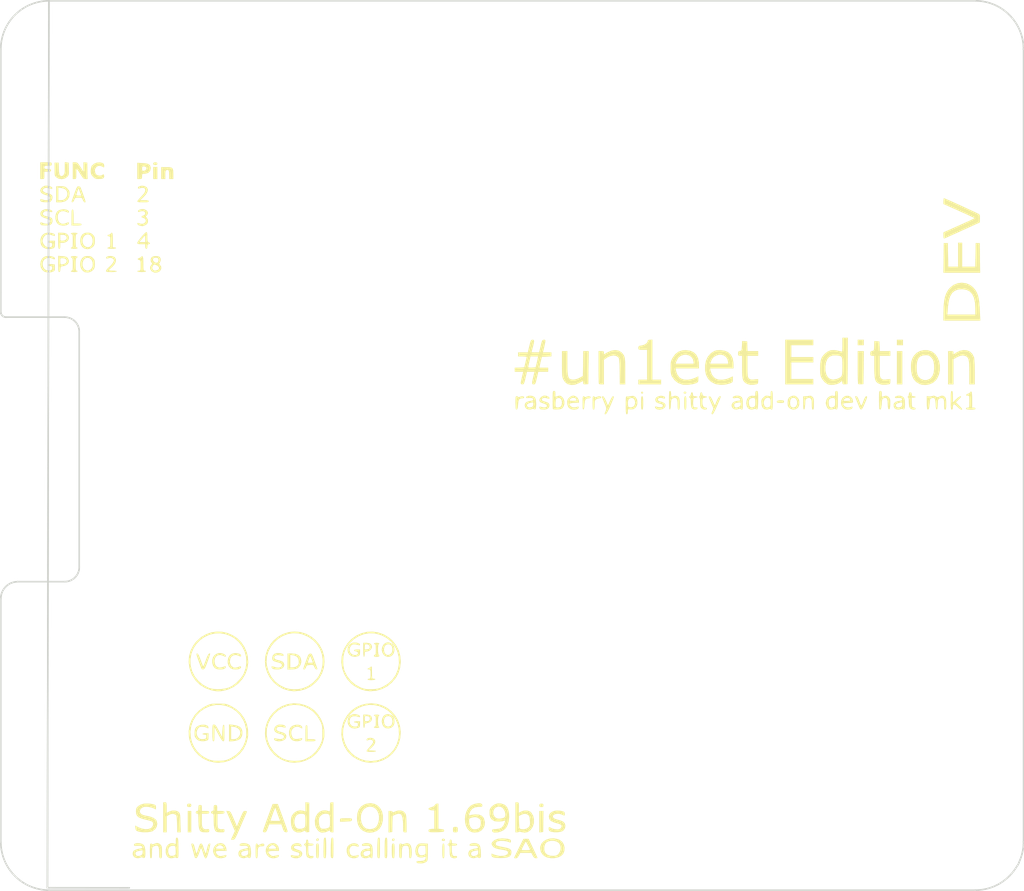
<source format=kicad_pcb>
(kicad_pcb (version 4) (host pcbnew 4.0.7)
  (layers (0 F.Cu signal) (31 B.Cu signal) (34 B.Paste user) (35 F.Paste user) (36 B.SilkS user) (37 F.SilkS user) (38 B.Mask user) (39 F.Mask user) (44 Edge.Cuts user))
  (net 0 "")
  (module LOGO (layer F.Cu) (at 0 0))
  (module LOGO (layer F.Cu) (at 0 0))
  (module LOGO (layer F.Cu) (at 0 0))
  (gr_line (start -29.507711 -28.326388) (end -29.525282 -28.322771) (layer Edge.Cuts) (width 0.1))
  (gr_line (start -29.525282 -28.322771) (end -29.682038 -28.317545) (layer Edge.Cuts) (width 0.1))
  (gr_line (start -29.682038 -28.317545) (end -29.836721 -28.304581) (layer Edge.Cuts) (width 0.1))
  (gr_line (start -29.836721 -28.304581) (end -29.989141 -28.284065) (layer Edge.Cuts) (width 0.1))
  (gr_line (start -29.989141 -28.284065) (end -30.139108 -28.256189) (layer Edge.Cuts) (width 0.1))
  (gr_line (start -30.139108 -28.256189) (end -30.286434 -28.221141) (layer Edge.Cuts) (width 0.1))
  (gr_line (start -30.286434 -28.221141) (end -30.430928 -28.179112) (layer Edge.Cuts) (width 0.1))
  (gr_line (start -30.430928 -28.179112) (end -30.572403 -28.130291) (layer Edge.Cuts) (width 0.1))
  (gr_line (start -30.572403 -28.130291) (end -30.710667 -28.074868) (layer Edge.Cuts) (width 0.1))
  (gr_line (start -30.710667 -28.074868) (end -30.845532 -28.013033) (layer Edge.Cuts) (width 0.1))
  (gr_line (start -30.845532 -28.013033) (end -30.976809 -27.944975) (layer Edge.Cuts) (width 0.1))
  (gr_line (start -30.976809 -27.944975) (end -31.104307 -27.870884) (layer Edge.Cuts) (width 0.1))
  (gr_line (start -31.104307 -27.870884) (end -31.227838 -27.790950) (layer Edge.Cuts) (width 0.1))
  (gr_line (start -31.227838 -27.790950) (end -31.347213 -27.705362) (layer Edge.Cuts) (width 0.1))
  (gr_line (start -31.347213 -27.705362) (end -31.462241 -27.614311) (layer Edge.Cuts) (width 0.1))
  (gr_line (start -31.462241 -27.614311) (end -31.572734 -27.517985) (layer Edge.Cuts) (width 0.1))
  (gr_line (start -31.572734 -27.517985) (end -31.678502 -27.416575) (layer Edge.Cuts) (width 0.1))
  (gr_line (start -31.678502 -27.416575) (end -31.779355 -27.310270) (layer Edge.Cuts) (width 0.1))
  (gr_line (start -31.779355 -27.310270) (end -31.875106 -27.199260) (layer Edge.Cuts) (width 0.1))
  (gr_line (start -31.875106 -27.199260) (end -31.965563 -27.083735) (layer Edge.Cuts) (width 0.1))
  (gr_line (start -31.965563 -27.083735) (end -32.050537 -26.963884) (layer Edge.Cuts) (width 0.1))
  (gr_line (start -32.050537 -26.963884) (end -32.129840 -26.839897) (layer Edge.Cuts) (width 0.1))
  (gr_line (start -32.129840 -26.839897) (end -32.203282 -26.711964) (layer Edge.Cuts) (width 0.1))
  (gr_line (start -32.203282 -26.711964) (end -32.270673 -26.580274) (layer Edge.Cuts) (width 0.1))
  (gr_line (start -32.270673 -26.580274) (end -32.331825 -26.445018) (layer Edge.Cuts) (width 0.1))
  (gr_line (start -32.331825 -26.445018) (end -32.386547 -26.306384) (layer Edge.Cuts) (width 0.1))
  (gr_line (start -32.386547 -26.306384) (end -32.434650 -26.164563) (layer Edge.Cuts) (width 0.1))
  (gr_line (start -32.434650 -26.164563) (end -32.475946 -26.019744) (layer Edge.Cuts) (width 0.1))
  (gr_line (start -32.475946 -26.019744) (end -32.510244 -25.872117) (layer Edge.Cuts) (width 0.1))
  (gr_line (start -32.510244 -25.872117) (end -32.537355 -25.721873) (layer Edge.Cuts) (width 0.1))
  (gr_line (start -32.537355 -25.721873) (end -32.557090 -25.569199) (layer Edge.Cuts) (width 0.1))
  (gr_line (start -32.557090 -25.569199) (end -32.569259 -25.414286) (layer Edge.Cuts) (width 0.1))
  (gr_line (start -32.569259 -25.414286) (end -32.573675 -25.257325) (layer Edge.Cuts) (width 0.1))
  (gr_line (start -32.573675 -25.257325) (end -32.574204 -25.248022) (layer Edge.Cuts) (width 0.1))
  (gr_line (start -32.574204 -25.248022) (end -32.574204 -25.225802) (layer Edge.Cuts) (width 0.1))
  (gr_line (start -32.574204 -25.225802) (end -32.574204 -9.755944) (layer Edge.Cuts) (width 0.1))
  (gr_line (start -32.574204 -9.755944) (end -32.574204 -9.749753) (layer Edge.Cuts) (width 0.1))
  (gr_line (start -32.574204 -9.749753) (end -32.574204 -8.500216) (layer Edge.Cuts) (width 0.1))
  (gr_line (start -32.574204 -8.500216) (end -32.574204 -8.498099) (layer Edge.Cuts) (width 0.1))
  (gr_line (start -32.574204 -8.498099) (end -32.574495 -8.480319) (layer Edge.Cuts) (width 0.1))
  (gr_line (start -32.574495 -8.480319) (end -32.570587 -8.462962) (layer Edge.Cuts) (width 0.1))
  (gr_line (start -32.570587 -8.462962) (end -32.558514 -8.404053) (layer Edge.Cuts) (width 0.1))
  (gr_line (start -32.558514 -8.404053) (end -32.536395 -8.349459) (layer Edge.Cuts) (width 0.1))
  (gr_line (start -32.536395 -8.349459) (end -32.505254 -8.300270) (layer Edge.Cuts) (width 0.1))
  (gr_line (start -32.505254 -8.300270) (end -32.466120 -8.257580) (layer Edge.Cuts) (width 0.1))
  (gr_line (start -32.466120 -8.257580) (end -32.420020 -8.222475) (layer Edge.Cuts) (width 0.1))
  (gr_line (start -32.420020 -8.222475) (end -32.367980 -8.196043) (layer Edge.Cuts) (width 0.1))
  (gr_line (start -32.367980 -8.196043) (end -32.311029 -8.179374) (layer Edge.Cuts) (width 0.1))
  (gr_line (start -32.311029 -8.179374) (end -32.250192 -8.173553) (layer Edge.Cuts) (width 0.1))
  (gr_line (start -32.250192 -8.173553) (end -32.233656 -8.175670) (layer Edge.Cuts) (width 0.1))
  (gr_line (start -32.233656 -8.175670) (end -28.520704 -8.175670) (layer Edge.Cuts) (width 0.1))
  (gr_line (start -28.520704 -8.175670) (end -28.500032 -8.173553) (layer Edge.Cuts) (width 0.1))
  (gr_line (start -28.500032 -8.173553) (end -28.406253 -8.168870) (layer Edge.Cuts) (width 0.1))
  (gr_line (start -28.406253 -8.168870) (end -28.315192 -8.155138) (layer Edge.Cuts) (width 0.1))
  (gr_line (start -28.315192 -8.155138) (end -28.227294 -8.132781) (layer Edge.Cuts) (width 0.1))
  (gr_line (start -28.227294 -8.132781) (end -28.143007 -8.102259) (layer Edge.Cuts) (width 0.1))
  (gr_line (start -28.143007 -8.102259) (end -28.062777 -8.064024) (layer Edge.Cuts) (width 0.1))
  (gr_line (start -28.062777 -8.064024) (end -27.987048 -8.018523) (layer Edge.Cuts) (width 0.1))
  (gr_line (start -27.987048 -8.018523) (end -27.916268 -7.966210) (layer Edge.Cuts) (width 0.1))
  (gr_line (start -27.916268 -7.966210) (end -27.850883 -7.907536) (layer Edge.Cuts) (width 0.1))
  (gr_line (start -27.850883 -7.907536) (end -27.791339 -7.842946) (layer Edge.Cuts) (width 0.1))
  (gr_line (start -27.791339 -7.842946) (end -27.738081 -7.772892) (layer Edge.Cuts) (width 0.1))
  (gr_line (start -27.738081 -7.772892) (end -27.691556 -7.697825) (layer Edge.Cuts) (width 0.1))
  (gr_line (start -27.691556 -7.697825) (end -27.652211 -7.618193) (layer Edge.Cuts) (width 0.1))
  (gr_line (start -27.652211 -7.618193) (end -27.620490 -7.534447) (layer Edge.Cuts) (width 0.1))
  (gr_line (start -27.620490 -7.534447) (end -27.596842 -7.447037) (layer Edge.Cuts) (width 0.1))
  (gr_line (start -27.596842 -7.447037) (end -27.581710 -7.356414) (layer Edge.Cuts) (width 0.1))
  (gr_line (start -27.581710 -7.356414) (end -27.575543 -7.263027) (layer Edge.Cuts) (width 0.1))
  (gr_line (start -27.575543 -7.263027) (end -27.576072 -7.250115) (layer Edge.Cuts) (width 0.1))
  (gr_line (start -27.576072 -7.250115) (end -27.576072 7.750003) (layer Edge.Cuts) (width 0.1))
  (gr_line (start -27.576072 7.750003) (end -27.575040 7.762412) (layer Edge.Cuts) (width 0.1))
  (gr_line (start -27.575040 7.762412) (end -27.580707 7.855505) (layer Edge.Cuts) (width 0.1))
  (gr_line (start -27.580707 7.855505) (end -27.595305 7.945832) (layer Edge.Cuts) (width 0.1))
  (gr_line (start -27.595305 7.945832) (end -27.618387 8.032954) (layer Edge.Cuts) (width 0.1))
  (gr_line (start -27.618387 8.032954) (end -27.649511 8.116430) (layer Edge.Cuts) (width 0.1))
  (gr_line (start -27.649511 8.116430) (end -27.688235 8.195828) (layer Edge.Cuts) (width 0.1))
  (gr_line (start -27.688235 8.195828) (end -27.734117 8.270708) (layer Edge.Cuts) (width 0.1))
  (gr_line (start -27.734117 8.270708) (end -27.786713 8.340637) (layer Edge.Cuts) (width 0.1))
  (gr_line (start -27.786713 8.340637) (end -27.845581 8.405175) (layer Edge.Cuts) (width 0.1))
  (gr_line (start -27.845581 8.405175) (end -27.910278 8.463886) (layer Edge.Cuts) (width 0.1))
  (gr_line (start -27.910278 8.463886) (end -27.980361 8.516334) (layer Edge.Cuts) (width 0.1))
  (gr_line (start -27.980361 8.516334) (end -28.055389 8.562081) (layer Edge.Cuts) (width 0.1))
  (gr_line (start -28.055389 8.562081) (end -28.134919 8.600691) (layer Edge.Cuts) (width 0.1))
  (gr_line (start -28.134919 8.600691) (end -28.218506 8.631724) (layer Edge.Cuts) (width 0.1))
  (gr_line (start -28.218506 8.631724) (end -28.305711 8.654743) (layer Edge.Cuts) (width 0.1))
  (gr_line (start -28.305711 8.654743) (end -28.396088 8.669321) (layer Edge.Cuts) (width 0.1))
  (gr_line (start -28.396088 8.669321) (end -28.489196 8.675010) (layer Edge.Cuts) (width 0.1))
  (gr_line (start -28.489196 8.675010) (end -28.502116 8.673952) (layer Edge.Cuts) (width 0.1))
  (gr_line (start -28.502116 8.673952) (end -31.501905 8.673952) (layer Edge.Cuts) (width 0.1))
  (gr_line (start -31.501905 8.673952) (end -31.509658 8.673952) (layer Edge.Cuts) (width 0.1))
  (gr_line (start -31.509658 8.673952) (end -31.533946 8.679640) (layer Edge.Cuts) (width 0.1))
  (gr_line (start -31.533946 8.679640) (end -31.639426 8.688186) (layer Edge.Cuts) (width 0.1))
  (gr_line (start -31.639426 8.688186) (end -31.741782 8.706654) (layer Edge.Cuts) (width 0.1))
  (gr_line (start -31.741782 8.706654) (end -31.840522 8.734557) (layer Edge.Cuts) (width 0.1))
  (gr_line (start -31.840522 8.734557) (end -31.935157 8.771395) (layer Edge.Cuts) (width 0.1))
  (gr_line (start -31.935157 8.771395) (end -32.025198 8.816684) (layer Edge.Cuts) (width 0.1))
  (gr_line (start -32.025198 8.816684) (end -32.110152 8.869929) (layer Edge.Cuts) (width 0.1))
  (gr_line (start -32.110152 8.869929) (end -32.189530 8.930642) (layer Edge.Cuts) (width 0.1))
  (gr_line (start -32.189530 8.930642) (end -32.262842 8.998333) (layer Edge.Cuts) (width 0.1))
  (gr_line (start -32.262842 8.998333) (end -32.329598 9.072512) (layer Edge.Cuts) (width 0.1))
  (gr_line (start -32.329598 9.072512) (end -32.389307 9.152689) (layer Edge.Cuts) (width 0.1))
  (gr_line (start -32.389307 9.152689) (end -32.441479 9.238377) (layer Edge.Cuts) (width 0.1))
  (gr_line (start -32.441479 9.238377) (end -32.485624 9.329078) (layer Edge.Cuts) (width 0.1))
  (gr_line (start -32.485624 9.329078) (end -32.521252 9.424313) (layer Edge.Cuts) (width 0.1))
  (gr_line (start -32.521252 9.424313) (end -32.547871 9.523582) (layer Edge.Cuts) (width 0.1))
  (gr_line (start -32.547871 9.523582) (end -32.564992 9.626401) (layer Edge.Cuts) (width 0.1))
  (gr_line (start -32.564992 9.626401) (end -32.572125 9.732277) (layer Edge.Cuts) (width 0.1))
  (gr_line (start -32.572125 9.732277) (end -32.574189 9.749845) (layer Edge.Cuts) (width 0.1))
  (gr_line (start -32.574189 9.749845) (end -32.574189 9.751962) (layer Edge.Cuts) (width 0.1))
  (gr_line (start -32.574189 9.751962) (end -32.574189 9.774187) (layer Edge.Cuts) (width 0.1))
  (gr_line (start -32.574189 9.774187) (end -32.574189 25.248176) (layer Edge.Cuts) (width 0.1))
  (gr_line (start -32.574189 25.248176) (end -32.574189 25.251801) (layer Edge.Cuts) (width 0.1))
  (gr_line (start -32.574189 25.251801) (end -32.572628 25.277625) (layer Edge.Cuts) (width 0.1))
  (gr_line (start -32.572628 25.277625) (end -32.567400 25.434133) (layer Edge.Cuts) (width 0.1))
  (gr_line (start -32.567400 25.434133) (end -32.554467 25.588571) (layer Edge.Cuts) (width 0.1))
  (gr_line (start -32.554467 25.588571) (end -32.534018 25.740749) (layer Edge.Cuts) (width 0.1))
  (gr_line (start -32.534018 25.740749) (end -32.506238 25.890482) (layer Edge.Cuts) (width 0.1))
  (gr_line (start -32.506238 25.890482) (end -32.471318 26.037579) (layer Edge.Cuts) (width 0.1))
  (gr_line (start -32.471318 26.037579) (end -32.429444 26.181851) (layer Edge.Cuts) (width 0.1))
  (gr_line (start -32.429444 26.181851) (end -32.380806 26.323112) (layer Edge.Cuts) (width 0.1))
  (gr_line (start -32.380806 26.323112) (end -32.325591 26.461175) (layer Edge.Cuts) (width 0.1))
  (gr_line (start -32.325591 26.461175) (end -32.263987 26.595847) (layer Edge.Cuts) (width 0.1))
  (gr_line (start -32.263987 26.595847) (end -32.196182 26.726943) (layer Edge.Cuts) (width 0.1))
  (gr_line (start -32.196182 26.726943) (end -32.122365 26.854274) (layer Edge.Cuts) (width 0.1))
  (gr_line (start -32.122365 26.854274) (end -32.042723 26.977652) (layer Edge.Cuts) (width 0.1))
  (gr_line (start -32.042723 26.977652) (end -31.957446 27.096886) (layer Edge.Cuts) (width 0.1))
  (gr_line (start -31.957446 27.096886) (end -31.866720 27.211792) (layer Edge.Cuts) (width 0.1))
  (gr_line (start -31.866720 27.211792) (end -31.770734 27.322179) (layer Edge.Cuts) (width 0.1))
  (gr_line (start -31.770734 27.322179) (end -31.669676 27.427859) (layer Edge.Cuts) (width 0.1))
  (gr_line (start -31.669676 27.427859) (end -31.563735 27.528647) (layer Edge.Cuts) (width 0.1))
  (gr_line (start -31.563735 27.528647) (end -31.453098 27.624349) (layer Edge.Cuts) (width 0.1))
  (gr_line (start -31.453098 27.624349) (end -31.337953 27.714778) (layer Edge.Cuts) (width 0.1))
  (gr_line (start -31.337953 27.714778) (end -31.218489 27.799749) (layer Edge.Cuts) (width 0.1))
  (gr_line (start -31.218489 27.799749) (end -31.094894 27.879071) (layer Edge.Cuts) (width 0.1))
  (gr_line (start -31.094894 27.879071) (end -30.967355 27.952559) (layer Edge.Cuts) (width 0.1))
  (gr_line (start -30.967355 27.952559) (end -30.836062 28.020020) (layer Edge.Cuts) (width 0.1))
  (gr_line (start -30.836062 28.020020) (end -30.701201 28.081269) (layer Edge.Cuts) (width 0.1))
  (gr_line (start -30.701201 28.081269) (end -30.562962 28.136114) (layer Edge.Cuts) (width 0.1))
  (gr_line (start -30.562962 28.136114) (end -30.421532 28.184371) (layer Edge.Cuts) (width 0.1))
  (gr_line (start -30.421532 28.184371) (end -30.277099 28.225850) (layer Edge.Cuts) (width 0.1))
  (gr_line (start -30.277099 28.225850) (end -30.129853 28.260362) (layer Edge.Cuts) (width 0.1))
  (gr_line (start -30.129853 28.260362) (end -29.979979 28.287720) (layer Edge.Cuts) (width 0.1))
  (gr_line (start -29.979979 28.287720) (end -29.827668 28.307723) (layer Edge.Cuts) (width 0.1))
  (gr_line (start -29.827668 28.307723) (end -29.673106 28.320211) (layer Edge.Cuts) (width 0.1))
  (gr_line (start -29.673106 28.320211) (end -29.516483 28.324974) (layer Edge.Cuts) (width 0.1))
  (gr_line (start -29.516483 28.324974) (end -29.499946 28.326032) (layer Edge.Cuts) (width 0.1))
  (gr_line (start -29.499946 28.326032) (end 29.497988 28.326032) (layer Edge.Cuts) (width 0.1))
  (gr_line (start 29.497988 28.326032) (end 29.500105 28.326032) (layer Edge.Cuts) (width 0.1))
  (gr_line (start 29.500105 28.326032) (end 29.507328 28.325503) (layer Edge.Cuts) (width 0.1))
  (gr_line (start 29.507328 28.325503) (end 29.717838 28.317883) (layer Edge.Cuts) (width 0.1))
  (gr_line (start 29.717838 28.317883) (end 29.924475 28.296346) (layer Edge.Cuts) (width 0.1))
  (gr_line (start 29.924475 28.296346) (end 30.126791 28.261355) (layer Edge.Cuts) (width 0.1))
  (gr_line (start 30.126791 28.261355) (end 30.324329 28.213367) (layer Edge.Cuts) (width 0.1))
  (gr_line (start 30.324329 28.213367) (end 30.516636 28.152852) (layer Edge.Cuts) (width 0.1))
  (gr_line (start 30.516636 28.152852) (end 30.703263 28.080268) (layer Edge.Cuts) (width 0.1))
  (gr_line (start 30.703263 28.080268) (end 30.883754 27.996081) (layer Edge.Cuts) (width 0.1))
  (gr_line (start 30.883754 27.996081) (end 31.057654 27.900754) (layer Edge.Cuts) (width 0.1))
  (gr_line (start 31.057654 27.900754) (end 31.224513 27.794754) (layer Edge.Cuts) (width 0.1))
  (gr_line (start 31.224513 27.794754) (end 31.383877 27.678538) (layer Edge.Cuts) (width 0.1))
  (gr_line (start 31.383877 27.678538) (end 31.535293 27.552575) (layer Edge.Cuts) (width 0.1))
  (gr_line (start 31.535293 27.552575) (end 31.678305 27.417328) (layer Edge.Cuts) (width 0.1))
  (gr_line (start 31.678305 27.417328) (end 31.812468 27.273260) (layer Edge.Cuts) (width 0.1))
  (gr_line (start 31.812468 27.273260) (end 31.937319 27.120834) (layer Edge.Cuts) (width 0.1))
  (gr_line (start 31.937319 27.120834) (end 32.052413 26.960515) (layer Edge.Cuts) (width 0.1))
  (gr_line (start 32.052413 26.960515) (end 32.157294 26.792766) (layer Edge.Cuts) (width 0.1))
  (gr_line (start 32.157294 26.792766) (end 32.199032 26.738476) (layer Edge.Cuts) (width 0.1))
  (gr_line (start 32.199032 26.738476) (end 32.237478 26.674217) (layer Edge.Cuts) (width 0.1))
  (gr_line (start 32.237478 26.674217) (end 32.272393 26.598176) (layer Edge.Cuts) (width 0.1))
  (gr_line (start 32.272393 26.598176) (end 32.303540 26.508548) (layer Edge.Cuts) (width 0.1))
  (gr_line (start 32.303540 26.508548) (end 32.364717 26.362675) (layer Edge.Cuts) (width 0.1))
  (gr_line (start 32.364717 26.362675) (end 32.418647 26.213202) (layer Edge.Cuts) (width 0.1))
  (gr_line (start 32.418647 26.213202) (end 32.465049 26.060326) (layer Edge.Cuts) (width 0.1))
  (gr_line (start 32.465049 26.060326) (end 32.503641 25.904240) (layer Edge.Cuts) (width 0.1))
  (gr_line (start 32.503641 25.904240) (end 32.534145 25.745149) (layer Edge.Cuts) (width 0.1))
  (gr_line (start 32.534145 25.745149) (end 32.556291 25.583242) (layer Edge.Cuts) (width 0.1))
  (gr_line (start 32.556291 25.583242) (end 32.569785 25.418719) (layer Edge.Cuts) (width 0.1))
  (gr_line (start 32.569785 25.418719) (end 32.574335 25.251777) (layer Edge.Cuts) (width 0.1))
  (gr_line (start 32.574335 25.251777) (end 32.574335 25.251248) (layer Edge.Cuts) (width 0.1))
  (gr_line (start 32.574335 25.251248) (end 32.574335 25.248153) (layer Edge.Cuts) (width 0.1))
  (gr_line (start 32.574335 25.248153) (end 32.574335 -25.226875) (layer Edge.Cuts) (width 0.1))
  (gr_line (start 32.574335 -25.226875) (end 32.574335 -25.245478) (layer Edge.Cuts) (width 0.1))
  (gr_line (start 32.574335 -25.245478) (end 32.574335 -25.248070) (layer Edge.Cuts) (width 0.1))
  (gr_line (start 32.574335 -25.248070) (end 32.573277 -25.263056) (layer Edge.Cuts) (width 0.1))
  (gr_line (start 32.573277 -25.263056) (end 32.568567 -25.420038) (layer Edge.Cuts) (width 0.1))
  (gr_line (start 32.568567 -25.420038) (end 32.556106 -25.574964) (layer Edge.Cuts) (width 0.1))
  (gr_line (start 32.556106 -25.574964) (end 32.536077 -25.727644) (layer Edge.Cuts) (width 0.1))
  (gr_line (start 32.536077 -25.727644) (end 32.508684 -25.877888) (layer Edge.Cuts) (width 0.1))
  (gr_line (start 32.508684 -25.877888) (end 32.474109 -26.025505) (layer Edge.Cuts) (width 0.1))
  (gr_line (start 32.474109 -26.025505) (end 32.432540 -26.170306) (layer Edge.Cuts) (width 0.1))
  (gr_line (start 32.432540 -26.170306) (end 32.384163 -26.312100) (layer Edge.Cuts) (width 0.1))
  (gr_line (start 32.384163 -26.312100) (end 32.329172 -26.450697) (layer Edge.Cuts) (width 0.1))
  (gr_line (start 32.329172 -26.450697) (end 32.267755 -26.585906) (layer Edge.Cuts) (width 0.1))
  (gr_line (start 32.267755 -26.585906) (end 32.200101 -26.717538) (layer Edge.Cuts) (width 0.1))
  (gr_line (start 32.200101 -26.717538) (end 32.126401 -26.845403) (layer Edge.Cuts) (width 0.1))
  (gr_line (start 32.126401 -26.845403) (end 32.046841 -26.969309) (layer Edge.Cuts) (width 0.1))
  (gr_line (start 32.046841 -26.969309) (end 31.961611 -27.089067) (layer Edge.Cuts) (width 0.1))
  (gr_line (start 31.961611 -27.089067) (end 31.870904 -27.204487) (layer Edge.Cuts) (width 0.1))
  (gr_line (start 31.870904 -27.204487) (end 31.774905 -27.315378) (layer Edge.Cuts) (width 0.1))
  (gr_line (start 31.774905 -27.315378) (end 31.673807 -27.421551) (layer Edge.Cuts) (width 0.1))
  (gr_line (start 31.673807 -27.421551) (end 31.567797 -27.522814) (layer Edge.Cuts) (width 0.1))
  (gr_line (start 31.567797 -27.522814) (end 31.457066 -27.618978) (layer Edge.Cuts) (width 0.1))
  (gr_line (start 31.457066 -27.618978) (end 31.341800 -27.709853) (layer Edge.Cuts) (width 0.1))
  (gr_line (start 31.341800 -27.709853) (end 31.222195 -27.795248) (layer Edge.Cuts) (width 0.1))
  (gr_line (start 31.222195 -27.795248) (end 31.098434 -27.874973) (layer Edge.Cuts) (width 0.1))
  (gr_line (start 31.098434 -27.874973) (end 30.970712 -27.948838) (layer Edge.Cuts) (width 0.1))
  (gr_line (start 30.970712 -27.948838) (end 30.839211 -28.016653) (layer Edge.Cuts) (width 0.1))
  (gr_line (start 30.839211 -28.016653) (end 30.704128 -28.078227) (layer Edge.Cuts) (width 0.1))
  (gr_line (start 30.704128 -28.078227) (end 30.565648 -28.133370) (layer Edge.Cuts) (width 0.1))
  (gr_line (start 30.565648 -28.133370) (end 30.423961 -28.181893) (layer Edge.Cuts) (width 0.1))
  (gr_line (start 30.423961 -28.181893) (end 30.279258 -28.223604) (layer Edge.Cuts) (width 0.1))
  (gr_line (start 30.279258 -28.223604) (end 30.131726 -28.258314) (layer Edge.Cuts) (width 0.1))
  (gr_line (start 30.131726 -28.258314) (end 29.981554 -28.285832) (layer Edge.Cuts) (width 0.1))
  (gr_line (start 29.981554 -28.285832) (end 29.828937 -28.305970) (layer Edge.Cuts) (width 0.1))
  (gr_line (start 29.828937 -28.305970) (end 29.674058 -28.318535) (layer Edge.Cuts) (width 0.1))
  (gr_line (start 29.674058 -28.318535) (end 29.517109 -28.323337) (layer Edge.Cuts) (width 0.1))
  (gr_line (start 29.517109 -28.323337) (end 29.497980 -28.326438) (layer Edge.Cuts) (width 0.1))
  (gr_line (start 29.497980 -28.326438) (end -29.499972 -28.326438) (layer Edge.Cuts) (width 0.1))
  (gr_line (start -29.499972 -28.326438) (end -29.507724 -28.326438) (layer Edge.Cuts) (width 0.1))
  (gr_line (start -29.507724 -28.326438) (end -29.507723 -28.326429) (layer Edge.Cuts) (width 0.1))
  (gr_line (start -29.507723 -28.326429) (end -29.602808 28.170380) (layer Edge.Cuts) (width 0.1))
  (gr_line (start -29.602808 28.170380) (end -24.389173 28.175540) (layer Edge.Cuts) (width 0.1))
  (gr_line (start -24.389173 28.175540) (end -29.499960 28.175540) (layer Edge.Cuts) (width 0.1))
  (gr_line (start -29.499960 28.175540) (end -29.602796 28.170380) (layer Edge.Cuts) (width 0.1))
  (gr_line (start -29.602796 28.170380) (end -29.602796 28.170380) (layer Edge.Cuts) (width 0.1))
  (gr_line (start -29.602796 28.170380) (end -29.507711 -28.326388) (layer Edge.Cuts) (width 0.1))
)
</source>
